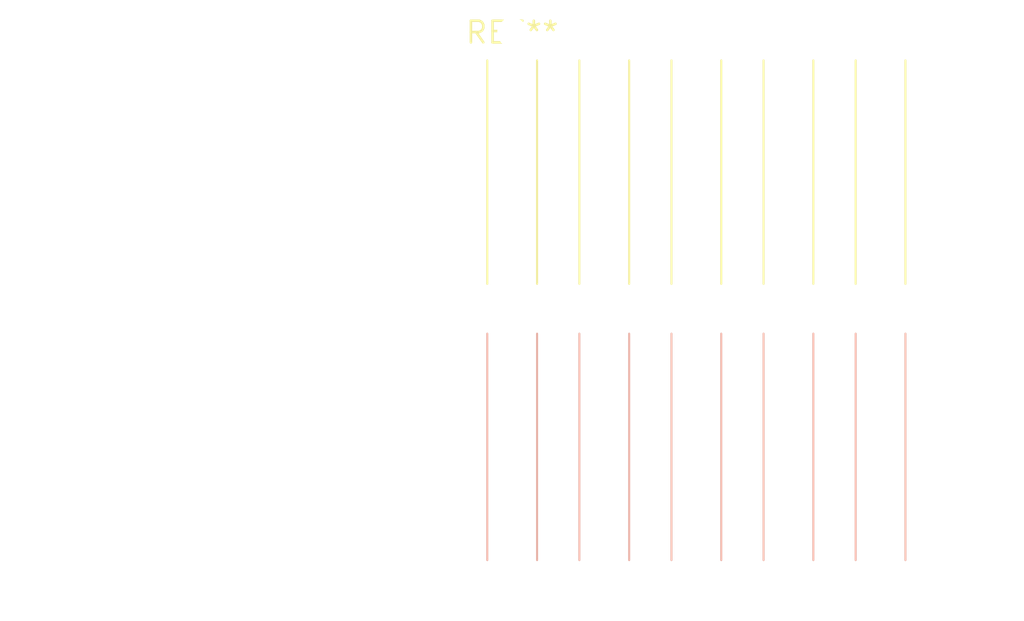
<source format=kicad_pcb>
(kicad_pcb (version 20240108) (generator pcbnew)
  (layers (0 "F.Cu" signal) (31 "B.Cu" signal) (34 "B.Paste" user) (35 "F.Paste" user) (36 "B.SilkS" user "B.Silkscreen") (37 "F.SilkS" user "F.Silkscreen") (38 "B.Mask" user) (39 "F.Mask" user) (44 "Edge.Cuts" user))
  (net 0 "")
  (footprint "SolderWire-1sqmm_1x05_P5.4mm_D1.4mm_OD2.7mm_Relief2x" (layer "F.Cu") (at 0 0)
    (property "Reference" "REF**")
    (property "Value" "SolderWire-1sqmm_1x05_P5.4mm_D1.4mm_OD2.7mm_Relief2x")
    (fp_line (start -1.46 17.66) (end -1.46 30.94) (layer "B.SilkS") (stroke (width 0.12)))
    (fp_line (start 1.46 17.66) (end 1.46 30.94) (layer "B.SilkS") (stroke (width 0.12)))
    (fp_line (start 3.94 17.66) (end 3.94 30.94) (layer "B.SilkS") (stroke (width 0.12)))
    (fp_line (start 6.86 17.66) (end 6.86 30.94) (layer "B.SilkS") (stroke (width 0.12)))
    (fp_line (start 9.34 17.66) (end 9.34 30.94) (layer "B.SilkS") (stroke (width 0.12)))
    (fp_line (start 12.26 17.66) (end 12.26 30.94) (layer "B.SilkS") (stroke (width 0.12)))
    (fp_line (start 14.74 17.66) (end 14.74 30.94) (layer "B.SilkS") (stroke (width 0.12)))
    (fp_line (start 17.66 17.66) (end 17.66 30.94) (layer "B.SilkS") (stroke (width 0.12)))
    (fp_line (start 20.14 17.66) (end 20.14 30.94) (layer "B.SilkS") (stroke (width 0.12)))
    (fp_line (start 23.06 17.66) (end 23.06 30.94) (layer "B.SilkS") (stroke (width 0.12)))
    (fp_line (start -1.46 1.635) (end -1.46 14.74) (layer "F.SilkS") (stroke (width 0.12)))
    (fp_line (start 1.46 1.635) (end 1.46 14.74) (layer "F.SilkS") (stroke (width 0.12)))
    (fp_line (start 3.94 1.635) (end 3.94 14.74) (layer "F.SilkS") (stroke (width 0.12)))
    (fp_line (start 6.86 1.635) (end 6.86 14.74) (layer "F.SilkS") (stroke (width 0.12)))
    (fp_line (start 9.34 1.635) (end 9.34 14.74) (layer "F.SilkS") (stroke (width 0.12)))
    (fp_line (start 12.26 1.635) (end 12.26 14.74) (layer "F.SilkS") (stroke (width 0.12)))
    (fp_line (start 14.74 1.635) (end 14.74 14.74) (layer "F.SilkS") (stroke (width 0.12)))
    (fp_line (start 17.66 1.635) (end 17.66 14.74) (layer "F.SilkS") (stroke (width 0.12)))
    (fp_line (start 20.14 1.635) (end 20.14 14.74) (layer "F.SilkS") (stroke (width 0.12)))
    (fp_line (start 23.06 1.635) (end 23.06 14.74) (layer "F.SilkS") (stroke (width 0.12)))
    (pad "" np_thru_hole circle (at 0 16.2) (size 3.2 3.2) (drill 3.2) (layers *.Cu *.Mask))
    (pad "" np_thru_hole circle (at 0 32.4) (size 3.2 3.2) (drill 3.2) (layers *.Cu *.Mask))
    (pad "" np_thru_hole circle (at 5.4 16.2) (size 3.2 3.2) (drill 3.2) (layers *.Cu *.Mask))
    (pad "" np_thru_hole circle (at 5.4 32.4) (size 3.2 3.2) (drill 3.2) (layers *.Cu *.Mask))
    (pad "" np_thru_hole circle (at 10.8 16.2) (size 3.2 3.2) (drill 3.2) (layers *.Cu *.Mask))
    (pad "" np_thru_hole circle (at 10.8 32.4) (size 3.2 3.2) (drill 3.2) (layers *.Cu *.Mask))
    (pad "" np_thru_hole circle (at 16.2 16.2) (size 3.2 3.2) (drill 3.2) (layers *.Cu *.Mask))
    (pad "" np_thru_hole circle (at 16.2 32.4) (size 3.2 3.2) (drill 3.2) (layers *.Cu *.Mask))
    (pad "" np_thru_hole circle (at 21.6 16.2) (size 3.2 3.2) (drill 3.2) (layers *.Cu *.Mask))
    (pad "" np_thru_hole circle (at 21.6 32.4) (size 3.2 3.2) (drill 3.2) (layers *.Cu *.Mask))
    (pad "1" thru_hole roundrect (at 0 0) (size 2.75 2.75) (drill 1.75) (layers *.Cu *.Mask) (remove_unused_layers) (roundrect_rratio 0.090909))
    (pad "2" thru_hole circle (at 5.4 0) (size 2.75 2.75) (drill 1.75) (layers *.Cu *.Mask) (remove_unused_layers))
    (pad "3" thru_hole circle (at 10.8 0) (size 2.75 2.75) (drill 1.75) (layers *.Cu *.Mask) (remove_unused_layers))
    (pad "4" thru_hole circle (at 16.2 0) (size 2.75 2.75) (drill 1.75) (layers *.Cu *.Mask) (remove_unused_layers))
    (pad "5" thru_hole circle (at 21.6 0) (size 2.75 2.75) (drill 1.75) (layers *.Cu *.Mask) (remove_unused_layers))
  )
)
</source>
